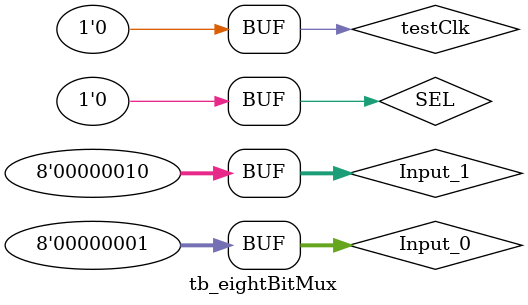
<source format=sv>
module tb_eightBitMux();

logic   testClk;
logic[7:0]  Input_0;
logic[7:0]  Input_1;
logic       SEL;
logic[7:0]  MUX_Out;

eightBitMux DUT(.Input_0, .Input_1, .SEL, .MUX_Out);


//generate clock
always begin
    testClk = 1; #5;
    testClk = 0; #5;
end

initial begin
    Input_0 = 8'b0000_0001;
    Input_1 = 8'b0000_0010; #10

    SEL = 1;    #10;
    SEL = 0;    #10;
end

endmodule
</source>
